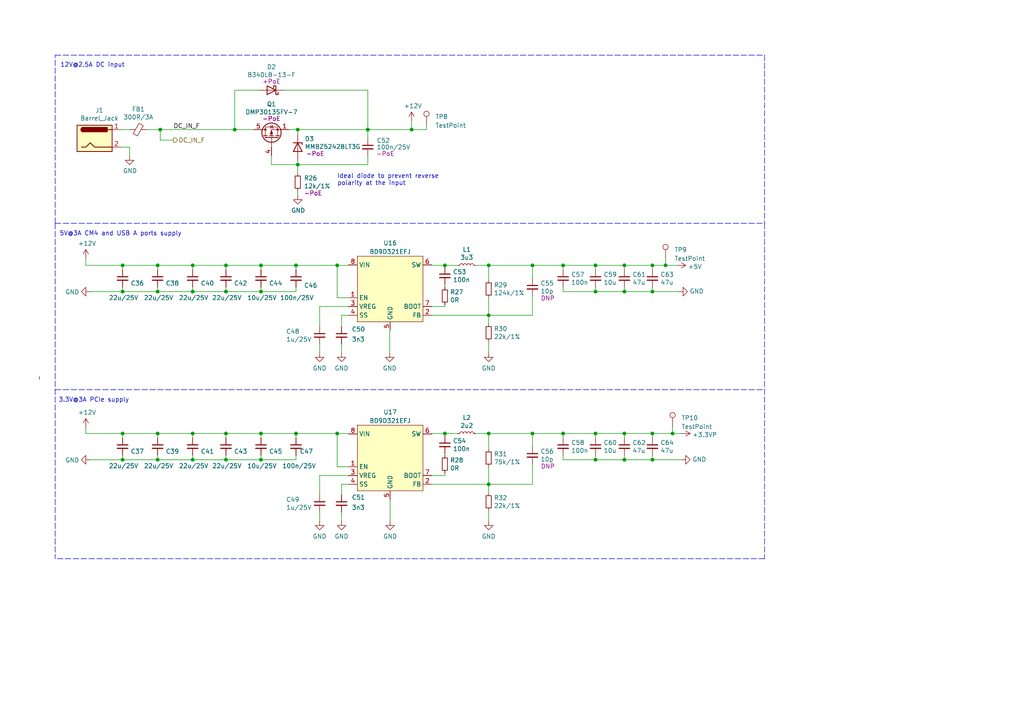
<source format=kicad_sch>
(kicad_sch (version 20210406) (generator eeschema)
  (paper "A4")
  (title_block (title "Power") (date "2021-01-12") (rev "0.1") (company "Nabu Casa") (comment 1 "www.nabucasa.com") (comment 2 "Light Blue"))
  (lib_symbols
    (symbol "Connector:Barrel_Jack" (pin_names (offset 1.016))
      (property "Reference" "J" (at 0 5.334 0))
      (property "Value" "Barrel_Jack" (at 0 -5.08 0))
      (symbol "Barrel_Jack_0_1"
        (arc (start -3.302 3.175) (end -3.302 1.905) (radius (at -3.302 2.54) (length 0.635) (angles 90.1 -90.1)) (stroke (width 0.254)))
        (arc (start -3.302 3.175) (end -3.302 1.905) (radius (at -3.302 2.54) (length 0.635) (angles 90.1 -90.1)) (stroke (width 0.254)) (fill (type outline)))
        (rectangle (start 3.683 3.175) (end -3.302 1.905) (stroke (width 0.254)) (fill (type outline)))
        (rectangle (start -5.08 3.81) (end 5.08 -3.81) (stroke (width 0.254)) (fill (type background)))
        (polyline (pts (xy 5.08 2.54) (xy 3.81 2.54)) (stroke (width 0.254)))
        (polyline (pts (xy -3.81 -2.54) (xy -2.54 -2.54) (xy -1.27 -1.27) (xy 0 -2.54) (xy 2.54 -2.54) (xy 5.08 -2.54)) (stroke (width 0.254)))
      )
      (symbol "Barrel_Jack_1_1"
        (pin passive line (at 7.62 2.54 180) (length 2.54) (name "~") (number "1"))
        (pin passive line (at 7.62 -2.54 180) (length 2.54) (name "~") (number "2"))
      )
    )
    (symbol "Connector:TestPoint" (pin_numbers hide) (pin_names (offset 0.762) hide)
      (property "Reference" "TP" (at 0 6.858 0))
      (property "Value" "TestPoint" (at 0 5.08 0))
      (symbol "TestPoint_0_1"
        (circle (center 0 3.302) (radius 0.762))
      )
      (symbol "TestPoint_1_1"
        (pin passive line (at 0 0 90) (length 2.54) (name "1") (number "1"))
      )
    )
    (symbol "Device:C_Small" (pin_numbers hide) (pin_names (offset 0.254) hide)
      (property "Reference" "C" (at 0.254 1.778 0))
      (property "Value" "C_Small" (at 0.254 -2.032 0))
      (symbol "C_Small_0_1"
        (polyline (pts (xy -1.524 -0.508) (xy 1.524 -0.508)) (stroke (width 0.3302)))
        (polyline (pts (xy -1.524 0.508) (xy 1.524 0.508)) (stroke (width 0.3048)))
      )
      (symbol "C_Small_1_1"
        (pin passive line (at 0 2.54 270) (length 2.032) (name "~") (number "1"))
        (pin passive line (at 0 -2.54 90) (length 2.032) (name "~") (number "2"))
      )
    )
    (symbol "Device:D_Schottky" (pin_numbers hide) (pin_names (offset 1.016) hide)
      (property "Reference" "D" (at 0 2.54 0))
      (property "Value" "D_Schottky" (at 0 -2.54 0))
      (symbol "D_Schottky_0_1"
        (polyline (pts (xy 1.27 0) (xy -1.27 0)))
        (polyline (pts (xy 1.27 1.27) (xy 1.27 -1.27) (xy -1.27 0) (xy 1.27 1.27)) (stroke (width 0.254)))
        (polyline (pts (xy -1.905 0.635) (xy -1.905 1.27) (xy -1.27 1.27) (xy -1.27 -1.27) (xy -0.635 -1.27) (xy -0.635 -0.635)) (stroke (width 0.254)))
      )
      (symbol "D_Schottky_1_1"
        (pin passive line (at -3.81 0 0) (length 2.54) (name "K") (number "1"))
        (pin passive line (at 3.81 0 180) (length 2.54) (name "A") (number "2"))
      )
    )
    (symbol "Device:Ferrite_Bead_Small" (pin_numbers hide) (pin_names (offset 0))
      (property "Reference" "FB" (at 1.905 1.27 0))
      (property "Value" "Ferrite_Bead_Small" (at 1.905 -1.27 0))
      (symbol "Ferrite_Bead_Small_0_1"
        (polyline (pts (xy 0 -1.27) (xy 0 -0.7874)))
        (polyline (pts (xy 0 0.889) (xy 0 1.2954)))
        (polyline (pts (xy -1.8288 0.2794) (xy -1.1176 1.4986) (xy 1.8288 -0.2032) (xy 1.1176 -1.4224) (xy -1.8288 0.2794)))
      )
      (symbol "Ferrite_Bead_Small_1_1"
        (pin passive line (at 0 2.54 270) (length 1.27) (name "~") (number "1"))
        (pin passive line (at 0 -2.54 90) (length 1.27) (name "~") (number "2"))
      )
    )
    (symbol "Device:L_Small" (pin_numbers hide) (pin_names (offset 0.254) hide)
      (property "Reference" "L" (at 0.762 1.016 0))
      (property "Value" "L_Small" (at 0.762 -1.016 0))
      (symbol "L_Small_0_1"
        (arc (start 0 -2.032) (end 0 -1.016) (radius (at 0 -1.524) (length 0.508) (angles -89.9 89.9)))
        (arc (start 0 -1.016) (end 0 0) (radius (at 0 -0.508) (length 0.508) (angles -89.9 89.9)))
        (arc (start 0 0) (end 0 1.016) (radius (at 0 0.508) (length 0.508) (angles -89.9 89.9)))
        (arc (start 0 1.016) (end 0 2.032) (radius (at 0 1.524) (length 0.508) (angles -89.9 89.9)))
      )
      (symbol "L_Small_1_1"
        (pin passive line (at 0 2.54 270) (length 0.508) (name "~") (number "1"))
        (pin passive line (at 0 -2.54 90) (length 0.508) (name "~") (number "2"))
      )
    )
    (symbol "Device:R_Small" (pin_numbers hide) (pin_names (offset 0.254) hide)
      (property "Reference" "R" (at 0.762 0.508 0))
      (property "Value" "R_Small" (at 0.762 -1.016 0))
      (symbol "R_Small_0_1"
        (rectangle (start -0.762 1.778) (end 0.762 -1.778) (stroke (width 0.2032)))
      )
      (symbol "R_Small_1_1"
        (pin passive line (at 0 2.54 270) (length 0.762) (name "~") (number "1"))
        (pin passive line (at 0 -2.54 90) (length 0.762) (name "~") (number "2"))
      )
    )
    (symbol "Diode:BZX84Cxx" (pin_numbers hide) (pin_names hide)
      (property "Reference" "D" (at 0 2.54 0))
      (property "Value" "BZX84Cxx" (at 0 -2.54 0))
      (symbol "BZX84Cxx_0_1"
        (polyline (pts (xy 1.27 0) (xy -1.27 0)))
        (polyline (pts (xy -1.27 -1.27) (xy -1.27 1.27) (xy -0.762 1.27)) (stroke (width 0.254)))
        (polyline (pts (xy 1.27 -1.27) (xy 1.27 1.27) (xy -1.27 0) (xy 1.27 -1.27)) (stroke (width 0.254)))
      )
      (symbol "BZX84Cxx_1_1"
        (pin passive line (at -3.81 0 0) (length 2.54) (name "K") (number "1"))
        (pin passive line (at 3.81 0 180) (length 2.54) (name "A") (number "2"))
      )
    )
    (symbol "LightBlue:BD9D321EFJ"
      (property "Reference" "U" (at 0 13.335 0))
      (property "Value" "BD9D321EFJ" (at 0 10.795 0))
      (symbol "BD9D321EFJ_0_1"
        (rectangle (start -9.525 9.525) (end 9.525 -9.525) (stroke (width 0.1524)) (fill (type background)))
      )
      (symbol "BD9D321EFJ_1_1"
        (pin input line (at -12.065 -2.54 0) (length 2.54) (name "EN") (number "1"))
        (pin passive line (at 12.065 -7.62 180) (length 2.54) (name "FB") (number "2"))
        (pin power_out line (at -12.065 -5.08 0) (length 2.54) (name "VREG") (number "3"))
        (pin input line (at -12.065 -7.62 0) (length 2.54) (name "SS") (number "4"))
        (pin power_in line (at 0 -12.065 90) (length 2.54) (name "GND") (number "5"))
        (pin power_out line (at 12.065 6.985 180) (length 2.54) (name "SW") (number "6"))
        (pin input line (at 12.065 -5.08 180) (length 2.54) (name "BOOT") (number "7"))
        (pin power_in line (at -12.065 6.985 0) (length 2.54) (name "VIN") (number "8"))
        (pin passive line (at 0 -12.065 90) (length 2.54) hide (name "GND") (number "9"))
      )
    )
    (symbol "LightBlue:BD9D321EFJ_1"
      (property "Reference" "U" (at 0 13.335 0))
      (property "Value" "BD9D321EFJ" (at 0 10.795 0))
      (symbol "BD9D321EFJ_1_0_1"
        (rectangle (start -9.525 9.525) (end 9.525 -9.525) (stroke (width 0.1524)) (fill (type background)))
      )
      (symbol "BD9D321EFJ_1_1_1"
        (pin input line (at -12.065 -2.54 0) (length 2.54) (name "EN") (number "1"))
        (pin passive line (at 12.065 -7.62 180) (length 2.54) (name "FB") (number "2"))
        (pin power_out line (at -12.065 -5.08 0) (length 2.54) (name "VREG") (number "3"))
        (pin input line (at -12.065 -7.62 0) (length 2.54) (name "SS") (number "4"))
        (pin power_in line (at 0 -12.065 90) (length 2.54) (name "GND") (number "5"))
        (pin power_out line (at 12.065 6.985 180) (length 2.54) (name "SW") (number "6"))
        (pin input line (at 12.065 -5.08 180) (length 2.54) (name "BOOT") (number "7"))
        (pin power_in line (at -12.065 6.985 0) (length 2.54) (name "VIN") (number "8"))
        (pin passive line (at 0 -12.065 90) (length 2.54) hide (name "GND") (number "9"))
      )
    )
    (symbol "Transistor_FET:DMP3013SFV" (pin_names hide)
      (property "Reference" "Q" (at 5.08 1.905 0))
      (property "Value" "DMP3013SFV" (at 5.08 0 0))
      (symbol "DMP3013SFV_0_1"
        (circle (center 1.651 0) (radius 2.794) (stroke (width 0.254)))
        (circle (center 2.54 -1.778) (radius 0.254) (fill (type outline)))
        (circle (center 2.54 1.778) (radius 0.254) (fill (type outline)))
        (polyline (pts (xy 0.254 0) (xy -2.54 0)))
        (polyline (pts (xy 0.254 1.905) (xy 0.254 -1.905)) (stroke (width 0.254)))
        (polyline (pts (xy 0.762 -1.27) (xy 0.762 -2.286)) (stroke (width 0.254)))
        (polyline (pts (xy 0.762 0.508) (xy 0.762 -0.508)) (stroke (width 0.254)))
        (polyline (pts (xy 0.762 2.286) (xy 0.762 1.27)) (stroke (width 0.254)))
        (polyline (pts (xy 2.54 2.54) (xy 2.54 1.778)))
        (polyline (pts (xy 2.54 -2.54) (xy 2.54 0) (xy 0.762 0)))
        (polyline (pts (xy 0.762 1.778) (xy 3.302 1.778) (xy 3.302 -1.778) (xy 0.762 -1.778)))
        (polyline (pts (xy 2.794 -0.508) (xy 2.921 -0.381) (xy 3.683 -0.381) (xy 3.81 -0.254)))
        (polyline (pts (xy 3.302 -0.381) (xy 2.921 0.254) (xy 3.683 0.254) (xy 3.302 -0.381)))
        (polyline (pts (xy 2.286 0) (xy 1.27 0.381) (xy 1.27 -0.381) (xy 2.286 0)) (fill (type outline)))
      )
      (symbol "DMP3013SFV_1_1"
        (pin passive line (at 2.54 -5.08 90) (length 2.54) (name "S") (number "1"))
        (pin passive line (at 2.54 -5.08 90) (length 2.54) hide (name "S") (number "2"))
        (pin passive line (at 2.54 -5.08 90) (length 2.54) hide (name "S") (number "3"))
        (pin passive line (at -5.08 0 0) (length 2.54) (name "G") (number "4"))
        (pin passive line (at 2.54 5.08 270) (length 2.54) (name "D") (number "5"))
      )
    )
    (symbol "power:+12V" (power) (pin_names (offset 0))
      (property "Value" "+12V" (at 0 3.556 0))
      (symbol "+12V_0_1"
        (polyline (pts (xy -0.762 1.27) (xy 0 2.54)))
        (polyline (pts (xy 0 0) (xy 0 2.54)))
        (polyline (pts (xy 0 2.54) (xy 0.762 1.27)))
      )
      (symbol "+12V_1_1"
        (pin power_in line (at 0 0 90) (length 0) hide (name "+12V") (number "1"))
      )
    )
    (symbol "power:+3.3VP" (power) (pin_names (offset 0))
      (property "Value" "+3.3VP" (at 0 2.54 0))
      (symbol "+3.3VP_0_0"
        (pin power_in line (at 0 0 90) (length 0) hide (name "+3.3VP") (number "1"))
      )
      (symbol "+3.3VP_0_1"
        (polyline (pts (xy -0.762 1.27) (xy 0 2.54)))
        (polyline (pts (xy 0 0) (xy 0 2.54)))
        (polyline (pts (xy 0 2.54) (xy 0.762 1.27)))
      )
    )
    (symbol "power:+5V" (power) (pin_names (offset 0))
      (property "Value" "+5V" (at 0 3.556 0))
      (symbol "+5V_0_1"
        (polyline (pts (xy -0.762 1.27) (xy 0 2.54)))
        (polyline (pts (xy 0 0) (xy 0 2.54)))
        (polyline (pts (xy 0 2.54) (xy 0.762 1.27)))
      )
      (symbol "+5V_1_1"
        (pin power_in line (at 0 0 90) (length 0) hide (name "+5V") (number "1"))
      )
    )
    (symbol "power:GND" (power) (pin_names (offset 0))
      (property "Value" "GND" (at 0 -3.81 0))
      (symbol "GND_0_1"
        (polyline (pts (xy 0 0) (xy 0 -1.27) (xy 1.27 -1.27) (xy 0 -2.54) (xy -1.27 -1.27) (xy 0 -1.27)))
      )
      (symbol "GND_1_1"
        (pin power_in line (at 0 0 270) (length 0) hide (name "GND") (number "1"))
      )
    )
  )
  (junction (at 35.56 76.962) (diameter 0.9144))
  (junction (at 35.56 84.582) (diameter 0.9144))
  (junction (at 35.56 125.73) (diameter 0.9144))
  (junction (at 35.56 133.35) (diameter 0.9144))
  (junction (at 45.72 76.962) (diameter 0.9144))
  (junction (at 45.72 84.582) (diameter 0.9144))
  (junction (at 45.72 125.73) (diameter 0.9144))
  (junction (at 45.72 133.35) (diameter 0.9144))
  (junction (at 46.482 37.592) (diameter 0.9144))
  (junction (at 55.88 76.962) (diameter 0.9144))
  (junction (at 55.88 84.582) (diameter 0.9144))
  (junction (at 55.88 125.73) (diameter 0.9144))
  (junction (at 55.88 133.35) (diameter 0.9144))
  (junction (at 65.532 76.962) (diameter 0.9144))
  (junction (at 65.532 84.582) (diameter 0.9144))
  (junction (at 65.532 125.73) (diameter 0.9144))
  (junction (at 65.532 133.35) (diameter 0.9144))
  (junction (at 68.072 37.592) (diameter 0.9144))
  (junction (at 75.692 76.962) (diameter 0.9144))
  (junction (at 75.692 84.582) (diameter 0.9144))
  (junction (at 75.692 125.73) (diameter 0.9144))
  (junction (at 75.692 133.35) (diameter 0.9144))
  (junction (at 85.852 76.962) (diameter 0.9144))
  (junction (at 85.852 125.73) (diameter 0.9144))
  (junction (at 86.36 37.592) (diameter 0.9144))
  (junction (at 86.36 47.752) (diameter 0.9144))
  (junction (at 97.79 76.962) (diameter 0.9144))
  (junction (at 97.79 125.73) (diameter 0.9144))
  (junction (at 106.68 37.592) (diameter 0.9144))
  (junction (at 119.38 37.592) (diameter 0.9144))
  (junction (at 129.032 76.962) (diameter 0.9144))
  (junction (at 129.032 125.73) (diameter 0.9144))
  (junction (at 141.732 76.962) (diameter 0.9144))
  (junction (at 141.732 91.44) (diameter 0.9144))
  (junction (at 141.732 125.73) (diameter 0.9144))
  (junction (at 141.732 140.462) (diameter 0.9144))
  (junction (at 154.432 76.962) (diameter 0.9144))
  (junction (at 154.432 125.73) (diameter 0.9144))
  (junction (at 163.322 76.962) (diameter 0.9144))
  (junction (at 163.322 125.73) (diameter 0.9144))
  (junction (at 172.72 76.962) (diameter 0.9144))
  (junction (at 172.72 84.582) (diameter 0.9144))
  (junction (at 172.72 125.73) (diameter 0.9144))
  (junction (at 172.72 133.35) (diameter 0.9144))
  (junction (at 181.102 76.962) (diameter 0.9144))
  (junction (at 181.102 84.582) (diameter 0.9144))
  (junction (at 181.102 125.73) (diameter 0.9144))
  (junction (at 181.102 133.35) (diameter 0.9144))
  (junction (at 189.23 76.962) (diameter 0.9144))
  (junction (at 189.23 84.582) (diameter 0.9144))
  (junction (at 189.23 125.73) (diameter 0.9144))
  (junction (at 189.23 133.35) (diameter 0.9144))
  (junction (at 193.04 76.962) (diameter 0.9144))
  (junction (at 195.072 125.73) (diameter 0.9144))
  (wire (pts (xy 24.892 74.93) (xy 24.892 76.962)))
  (wire (pts (xy 24.892 76.962) (xy 35.56 76.962)))
  (wire (pts (xy 24.892 123.952) (xy 24.892 125.73)))
  (wire (pts (xy 24.892 125.73) (xy 35.56 125.73)))
  (wire (pts (xy 26.162 84.582) (xy 35.56 84.582)))
  (wire (pts (xy 26.162 133.35) (xy 35.56 133.35)))
  (wire (pts (xy 35.052 37.592) (xy 37.592 37.592)))
  (wire (pts (xy 35.052 42.672) (xy 37.592 42.672)))
  (wire (pts (xy 35.56 76.962) (xy 35.56 78.232)))
  (wire (pts (xy 35.56 76.962) (xy 45.72 76.962)))
  (wire (pts (xy 35.56 83.312) (xy 35.56 84.582)))
  (wire (pts (xy 35.56 84.582) (xy 45.72 84.582)))
  (wire (pts (xy 35.56 125.73) (xy 35.56 127)))
  (wire (pts (xy 35.56 125.73) (xy 45.72 125.73)))
  (wire (pts (xy 35.56 132.08) (xy 35.56 133.35)))
  (wire (pts (xy 35.56 133.35) (xy 45.72 133.35)))
  (wire (pts (xy 37.592 42.672) (xy 37.592 45.212)))
  (wire (pts (xy 42.672 37.592) (xy 46.482 37.592)))
  (wire (pts (xy 45.72 76.962) (xy 45.72 78.232)))
  (wire (pts (xy 45.72 76.962) (xy 55.88 76.962)))
  (wire (pts (xy 45.72 83.312) (xy 45.72 84.582)))
  (wire (pts (xy 45.72 84.582) (xy 55.88 84.582)))
  (wire (pts (xy 45.72 125.73) (xy 45.72 127)))
  (wire (pts (xy 45.72 125.73) (xy 55.88 125.73)))
  (wire (pts (xy 45.72 132.08) (xy 45.72 133.35)))
  (wire (pts (xy 45.72 133.35) (xy 55.88 133.35)))
  (wire (pts (xy 46.482 37.592) (xy 68.072 37.592)))
  (wire (pts (xy 46.482 40.64) (xy 46.482 37.592)))
  (wire (pts (xy 50.292 40.64) (xy 46.482 40.64)))
  (wire (pts (xy 55.88 76.962) (xy 55.88 78.232)))
  (wire (pts (xy 55.88 76.962) (xy 65.532 76.962)))
  (wire (pts (xy 55.88 83.312) (xy 55.88 84.582)))
  (wire (pts (xy 55.88 84.582) (xy 65.532 84.582)))
  (wire (pts (xy 55.88 125.73) (xy 55.88 127)))
  (wire (pts (xy 55.88 125.73) (xy 65.532 125.73)))
  (wire (pts (xy 55.88 132.08) (xy 55.88 133.35)))
  (wire (pts (xy 55.88 133.35) (xy 65.532 133.35)))
  (wire (pts (xy 65.532 76.962) (xy 65.532 78.232)))
  (wire (pts (xy 65.532 76.962) (xy 75.692 76.962)))
  (wire (pts (xy 65.532 84.582) (xy 65.532 83.312)))
  (wire (pts (xy 65.532 84.582) (xy 75.692 84.582)))
  (wire (pts (xy 65.532 125.73) (xy 65.532 127)))
  (wire (pts (xy 65.532 125.73) (xy 75.692 125.73)))
  (wire (pts (xy 65.532 132.08) (xy 65.532 133.35)))
  (wire (pts (xy 65.532 133.35) (xy 75.692 133.35)))
  (wire (pts (xy 68.072 26.162) (xy 74.93 26.162)))
  (wire (pts (xy 68.072 37.592) (xy 68.072 26.162)))
  (wire (pts (xy 68.072 37.592) (xy 73.66 37.592)))
  (wire (pts (xy 75.692 76.962) (xy 75.692 78.232)))
  (wire (pts (xy 75.692 76.962) (xy 85.852 76.962)))
  (wire (pts (xy 75.692 83.312) (xy 75.692 84.582)))
  (wire (pts (xy 75.692 84.582) (xy 85.852 84.582)))
  (wire (pts (xy 75.692 125.73) (xy 75.692 127)))
  (wire (pts (xy 75.692 125.73) (xy 85.852 125.73)))
  (wire (pts (xy 75.692 132.08) (xy 75.692 133.35)))
  (wire (pts (xy 75.692 133.35) (xy 85.852 133.35)))
  (wire (pts (xy 78.74 45.212) (xy 78.74 47.752)))
  (wire (pts (xy 78.74 47.752) (xy 86.36 47.752)))
  (wire (pts (xy 82.55 26.162) (xy 106.68 26.162)))
  (wire (pts (xy 83.82 37.592) (xy 86.36 37.592)))
  (wire (pts (xy 85.852 76.962) (xy 85.852 78.232)))
  (wire (pts (xy 85.852 76.962) (xy 97.79 76.962)))
  (wire (pts (xy 85.852 84.582) (xy 85.852 83.312)))
  (wire (pts (xy 85.852 125.73) (xy 85.852 127)))
  (wire (pts (xy 85.852 125.73) (xy 97.79 125.73)))
  (wire (pts (xy 85.852 132.08) (xy 85.852 133.35)))
  (wire (pts (xy 86.36 37.592) (xy 86.36 38.862)))
  (wire (pts (xy 86.36 37.592) (xy 106.68 37.592)))
  (wire (pts (xy 86.36 46.482) (xy 86.36 47.752)))
  (wire (pts (xy 86.36 47.752) (xy 86.36 50.292)))
  (wire (pts (xy 86.36 47.752) (xy 106.68 47.752)))
  (wire (pts (xy 86.36 55.372) (xy 86.36 56.642)))
  (wire (pts (xy 92.71 88.9) (xy 92.71 94.742)))
  (wire (pts (xy 92.71 99.822) (xy 92.71 102.362)))
  (wire (pts (xy 92.71 137.922) (xy 92.71 143.51)))
  (wire (pts (xy 92.71 148.59) (xy 92.71 151.13)))
  (wire (pts (xy 97.79 76.962) (xy 101.092 76.962)))
  (wire (pts (xy 97.79 86.36) (xy 97.79 76.962)))
  (wire (pts (xy 97.79 125.73) (xy 97.79 135.382)))
  (wire (pts (xy 97.79 125.73) (xy 101.092 125.73)))
  (wire (pts (xy 97.79 135.382) (xy 101.092 135.382)))
  (wire (pts (xy 99.06 91.44) (xy 99.06 94.742)))
  (wire (pts (xy 99.06 91.44) (xy 101.092 91.44)))
  (wire (pts (xy 99.06 99.822) (xy 99.06 102.362)))
  (wire (pts (xy 99.06 140.462) (xy 99.06 143.51)))
  (wire (pts (xy 99.06 140.462) (xy 101.092 140.462)))
  (wire (pts (xy 99.06 148.59) (xy 99.06 151.13)))
  (wire (pts (xy 101.092 76.835) (xy 101.092 76.962)))
  (wire (pts (xy 101.092 86.36) (xy 97.79 86.36)))
  (wire (pts (xy 101.092 88.9) (xy 92.71 88.9)))
  (wire (pts (xy 101.092 125.73) (xy 101.092 125.857)))
  (wire (pts (xy 101.092 137.922) (xy 92.71 137.922)))
  (wire (pts (xy 106.68 26.162) (xy 106.68 37.592)))
  (wire (pts (xy 106.68 37.592) (xy 106.68 40.132)))
  (wire (pts (xy 106.68 45.212) (xy 106.68 47.752)))
  (wire (pts (xy 113.03 96.012) (xy 113.03 102.362)))
  (wire (pts (xy 113.157 144.907) (xy 113.157 151.13)))
  (wire (pts (xy 119.38 35.052) (xy 119.38 37.592)))
  (wire (pts (xy 119.38 37.592) (xy 106.68 37.592)))
  (wire (pts (xy 123.698 36.322) (xy 123.698 37.592)))
  (wire (pts (xy 123.698 37.592) (xy 119.38 37.592)))
  (wire (pts (xy 125.222 76.835) (xy 125.222 76.962)))
  (wire (pts (xy 125.222 76.962) (xy 129.032 76.962)))
  (wire (pts (xy 125.222 88.9) (xy 129.032 88.9)))
  (wire (pts (xy 125.222 91.44) (xy 141.732 91.44)))
  (wire (pts (xy 125.222 125.73) (xy 125.222 125.857)))
  (wire (pts (xy 125.222 125.73) (xy 129.032 125.73)))
  (wire (pts (xy 125.222 137.922) (xy 129.032 137.922)))
  (wire (pts (xy 125.222 140.462) (xy 141.732 140.462)))
  (wire (pts (xy 129.032 76.962) (xy 129.032 77.47)))
  (wire (pts (xy 129.032 76.962) (xy 132.842 76.962)))
  (wire (pts (xy 129.032 82.55) (xy 129.032 83.312)))
  (wire (pts (xy 129.032 88.392) (xy 129.032 88.9)))
  (wire (pts (xy 129.032 125.73) (xy 129.032 126.492)))
  (wire (pts (xy 129.032 125.73) (xy 132.842 125.73)))
  (wire (pts (xy 129.032 131.572) (xy 129.032 132.08)))
  (wire (pts (xy 129.032 137.16) (xy 129.032 137.922)))
  (wire (pts (xy 137.922 76.962) (xy 141.732 76.962)))
  (wire (pts (xy 137.922 125.73) (xy 141.732 125.73)))
  (wire (pts (xy 141.732 76.962) (xy 141.732 81.28)))
  (wire (pts (xy 141.732 76.962) (xy 154.432 76.962)))
  (wire (pts (xy 141.732 86.36) (xy 141.732 91.44)))
  (wire (pts (xy 141.732 91.44) (xy 141.732 93.98)))
  (wire (pts (xy 141.732 91.44) (xy 154.432 91.44)))
  (wire (pts (xy 141.732 99.06) (xy 141.732 102.362)))
  (wire (pts (xy 141.732 125.73) (xy 141.732 130.302)))
  (wire (pts (xy 141.732 125.73) (xy 154.432 125.73)))
  (wire (pts (xy 141.732 135.382) (xy 141.732 140.462)))
  (wire (pts (xy 141.732 140.462) (xy 141.732 143.002)))
  (wire (pts (xy 141.732 140.462) (xy 154.432 140.462)))
  (wire (pts (xy 141.732 148.082) (xy 141.732 151.13)))
  (wire (pts (xy 154.432 76.962) (xy 154.432 80.772)))
  (wire (pts (xy 154.432 76.962) (xy 163.322 76.962)))
  (wire (pts (xy 154.432 85.852) (xy 154.432 91.44)))
  (wire (pts (xy 154.432 125.73) (xy 154.432 129.54)))
  (wire (pts (xy 154.432 125.73) (xy 163.322 125.73)))
  (wire (pts (xy 154.432 134.62) (xy 154.432 140.462)))
  (wire (pts (xy 163.322 76.962) (xy 163.322 78.232)))
  (wire (pts (xy 163.322 76.962) (xy 172.72 76.962)))
  (wire (pts (xy 163.322 83.312) (xy 163.322 84.582)))
  (wire (pts (xy 163.322 84.582) (xy 172.72 84.582)))
  (wire (pts (xy 163.322 125.73) (xy 163.322 127)))
  (wire (pts (xy 163.322 125.73) (xy 172.72 125.73)))
  (wire (pts (xy 163.322 132.08) (xy 163.322 133.35)))
  (wire (pts (xy 163.322 133.35) (xy 172.72 133.35)))
  (wire (pts (xy 172.72 76.962) (xy 172.72 78.232)))
  (wire (pts (xy 172.72 76.962) (xy 181.102 76.962)))
  (wire (pts (xy 172.72 83.312) (xy 172.72 84.582)))
  (wire (pts (xy 172.72 84.582) (xy 181.102 84.582)))
  (wire (pts (xy 172.72 125.73) (xy 172.72 127)))
  (wire (pts (xy 172.72 125.73) (xy 181.102 125.73)))
  (wire (pts (xy 172.72 132.08) (xy 172.72 133.35)))
  (wire (pts (xy 172.72 133.35) (xy 181.102 133.35)))
  (wire (pts (xy 181.102 76.962) (xy 181.102 78.232)))
  (wire (pts (xy 181.102 76.962) (xy 189.23 76.962)))
  (wire (pts (xy 181.102 83.312) (xy 181.102 84.582)))
  (wire (pts (xy 181.102 84.582) (xy 189.23 84.582)))
  (wire (pts (xy 181.102 125.73) (xy 181.102 127)))
  (wire (pts (xy 181.102 125.73) (xy 189.23 125.73)))
  (wire (pts (xy 181.102 132.08) (xy 181.102 133.35)))
  (wire (pts (xy 181.102 133.35) (xy 189.23 133.35)))
  (wire (pts (xy 189.23 76.962) (xy 189.23 78.232)))
  (wire (pts (xy 189.23 76.962) (xy 193.04 76.962)))
  (wire (pts (xy 189.23 83.312) (xy 189.23 84.582)))
  (wire (pts (xy 189.23 84.582) (xy 196.85 84.582)))
  (wire (pts (xy 189.23 125.73) (xy 189.23 127)))
  (wire (pts (xy 189.23 125.73) (xy 195.072 125.73)))
  (wire (pts (xy 189.23 132.08) (xy 189.23 133.35)))
  (wire (pts (xy 189.23 133.35) (xy 197.612 133.35)))
  (wire (pts (xy 193.04 74.93) (xy 193.04 76.962)))
  (wire (pts (xy 193.04 76.962) (xy 196.342 76.962)))
  (wire (pts (xy 195.072 123.698) (xy 195.072 125.73)))
  (wire (pts (xy 195.072 125.73) (xy 197.612 125.73)))
  (polyline (pts (xy 11.43 109.22) (xy 11.43 109.982)) (stroke (width 0) (type dash)))
  (polyline (pts (xy 16.002 16.002) (xy 221.742 16.002)) (stroke (width 0) (type dash)))
  (polyline (pts (xy 16.002 64.77) (xy 16.002 16.002)) (stroke (width 0) (type dash)))
  (polyline (pts (xy 16.002 64.77) (xy 16.002 162.052)) (stroke (width 0) (type dash)))
  (polyline (pts (xy 16.002 64.77) (xy 221.742 64.77)) (stroke (width 0) (type dash)))
  (polyline (pts (xy 16.002 113.03) (xy 221.742 113.03)) (stroke (width 0) (type dash)))
  (polyline (pts (xy 221.742 16.002) (xy 221.742 64.77)) (stroke (width 0) (type dash)))
  (polyline (pts (xy 221.742 64.77) (xy 221.742 162.052)) (stroke (width 0) (type dash)))
  (polyline (pts (xy 221.742 162.052) (xy 16.002 162.052)) (stroke (width 0) (type dash)))
  (text "12V@2.5A DC input" (at 36.195 19.685 180) (effects (font (size 1.27 1.27)) (justify right bottom)))
  (text "3.3V@3A PCIe supply" (at 37.465 116.84 180) (effects (font (size 1.27 1.27)) (justify right bottom)))
  (text "5V@3A CM4 and USB A ports supply" (at 52.705 68.58 180) (effects (font (size 1.27 1.27)) (justify right bottom)))
  (text "Ideal diode to prevent reverse\npolarity at the input" (at 97.79 53.975 0) (effects (font (size 1.27 1.27)) (justify left bottom)))
  (label "DC_IN_F" (at 50.292 37.592 0))
  (hierarchical_label "DC_IN_F" (shape output) (at 50.292 40.64 0))
  (symbol (lib_id "power:+12V") (at 24.892 74.93 0) (unit 1)
    (property "Reference" "#PWR095" (effects hide))
    (property "Value" "+12V" (at 25.2603 70.6056 0))
  )
  (symbol (lib_id "power:+12V") (at 24.892 123.952 0) (unit 1)
    (property "Reference" "#PWR096" (effects hide))
    (property "Value" "+12V" (at 25.2603 119.6276 0))
  )
  (symbol (lib_id "power:+12V") (at 119.38 35.052 0) (unit 1)
    (property "Reference" "#PWR0107" (effects hide))
    (property "Value" "+12V" (at 119.7483 30.7276 0))
  )
  (symbol (lib_id "power:+5V") (at 196.342 76.962 270) (unit 1)
    (property "Reference" "#PWR0110" (effects hide))
    (property "Value" "+5V" (at 199.5171 77.3303 90) (effects (justify left)))
  )
  (symbol (lib_id "power:+3.3VP") (at 197.612 125.73 270) (unit 1)
    (property "Reference" "#PWR0112" (effects hide))
    (property "Value" "+3.3VP" (at 200.7871 126.0983 90) (effects (justify left)))
  )
  (symbol (lib_id "Device:L_Small") (at 135.382 76.962 90) (unit 1)
    (property "Reference" "L1" (at 135.382 72.3708 90))
    (property "Value" "3u3" (at 135.382 74.67 90))
    (property "Footprint" "Inductor_SMD:L_Taiyo-Yuden_NR-80xx" (effects hide))
    (property "Manufacturer" "Taiyo Yuden" (effects hide))
    (property "PartNumber" "NRS8030T3R3MJGJ" (effects hide))
  )
  (symbol (lib_id "Device:L_Small") (at 135.382 125.73 90) (unit 1)
    (property "Reference" "L2" (at 135.382 121.1388 90))
    (property "Value" "2u2" (at 135.382 123.438 90))
    (property "Footprint" "Inductor_SMD:L_Taiyo-Yuden_NR-50xx" (effects hide))
    (property "Manufacturer" "Taiyo Yuden" (effects hide))
    (property "PartNumber" "‎NRS5040T2R2NMGJ‎" (effects hide))
  )
  (symbol (lib_id "Connector:TestPoint") (at 123.698 36.322 0) (unit 1)
    (property "Reference" "TP8" (at 126.238 33.8454 0) (effects (justify left)))
    (property "Value" "TestPoint" (at 126.238 36.3854 0) (effects (justify left)))
    (property "Footprint" "TestPoint:TestPoint_Pad_D1.0mm" (effects hide))
  )
  (symbol (lib_id "Connector:TestPoint") (at 193.04 74.93 0) (unit 1)
    (property "Reference" "TP9" (at 195.58 72.4534 0) (effects (justify left)))
    (property "Value" "TestPoint" (at 195.58 74.9934 0) (effects (justify left)))
    (property "Footprint" "TestPoint:TestPoint_Pad_D1.0mm" (effects hide))
  )
  (symbol (lib_id "Connector:TestPoint") (at 195.072 123.698 0) (unit 1)
    (property "Reference" "TP10" (at 197.612 121.2214 0) (effects (justify left)))
    (property "Value" "TestPoint" (at 197.612 123.7614 0) (effects (justify left)))
    (property "Footprint" "TestPoint:TestPoint_Pad_D1.0mm" (effects hide))
  )
  (symbol (lib_id "power:GND") (at 26.162 84.582 270) (unit 1)
    (property "Reference" "#PWR097" (effects hide))
    (property "Value" "GND" (at 22.987 84.6963 90) (effects (justify right)))
  )
  (symbol (lib_id "power:GND") (at 26.162 133.35 270) (unit 1)
    (property "Reference" "#PWR098" (effects hide))
    (property "Value" "GND" (at 22.987 133.4643 90) (effects (justify right)))
  )
  (symbol (lib_id "power:GND") (at 37.592 45.212 0) (unit 1)
    (property "Reference" "#PWR099" (effects hide))
    (property "Value" "GND" (at 37.7063 49.5364 0))
  )
  (symbol (lib_id "power:GND") (at 86.36 56.642 0) (unit 1)
    (property "Reference" "#PWR0100" (effects hide))
    (property "Value" "GND" (at 86.487 61.0362 0))
  )
  (symbol (lib_id "power:GND") (at 92.71 102.362 0) (unit 1)
    (property "Reference" "#PWR0101" (effects hide))
    (property "Value" "GND" (at 92.71 106.807 0))
  )
  (symbol (lib_id "power:GND") (at 92.71 151.13 0) (unit 1)
    (property "Reference" "#PWR0102" (effects hide))
    (property "Value" "GND" (at 92.71 155.575 0))
  )
  (symbol (lib_id "power:GND") (at 99.06 102.362 0) (unit 1)
    (property "Reference" "#PWR0103" (effects hide))
    (property "Value" "GND" (at 99.06 106.807 0))
  )
  (symbol (lib_id "power:GND") (at 99.06 151.13 0) (unit 1)
    (property "Reference" "#PWR0104" (effects hide))
    (property "Value" "GND" (at 99.06 155.575 0))
  )
  (symbol (lib_id "power:GND") (at 113.03 102.362 0) (unit 1)
    (property "Reference" "#PWR0105" (effects hide))
    (property "Value" "GND" (at 113.03 106.807 0))
  )
  (symbol (lib_id "power:GND") (at 113.157 151.13 0) (unit 1)
    (property "Reference" "#PWR0106" (effects hide))
    (property "Value" "GND" (at 113.157 155.575 0))
  )
  (symbol (lib_id "power:GND") (at 141.732 102.362 0) (unit 1)
    (property "Reference" "#PWR0108" (effects hide))
    (property "Value" "GND" (at 141.732 106.807 0))
  )
  (symbol (lib_id "power:GND") (at 141.732 151.13 0) (unit 1)
    (property "Reference" "#PWR0109" (effects hide))
    (property "Value" "GND" (at 141.732 155.575 0))
  )
  (symbol (lib_id "power:GND") (at 196.85 84.582 90) (unit 1)
    (property "Reference" "#PWR0111" (effects hide))
    (property "Value" "GND" (at 200.0251 84.4677 90) (effects (justify right)))
  )
  (symbol (lib_id "power:GND") (at 197.612 133.35 90) (unit 1)
    (property "Reference" "#PWR0113" (effects hide))
    (property "Value" "GND" (at 200.7871 133.2357 90) (effects (justify right)))
  )
  (symbol (lib_id "Device:R_Small") (at 86.36 52.832 0) (unit 1)
    (property "Reference" "R26" (at 88.138 51.6636 0) (effects (justify left)))
    (property "Value" "12k/1%" (at 88.138 53.975 0) (effects (justify left)))
    (property "Footprint" "Resistor_SMD:R_0402_1005Metric" (effects hide))
    (property "Config" "-PoE" (at 90.805 56.007 0))
  )
  (symbol (lib_id "Device:R_Small") (at 129.032 85.852 180) (unit 1)
    (property "Reference" "R27" (at 130.5307 84.7026 0) (effects (justify right)))
    (property "Value" "0R" (at 130.531 87.001 0) (effects (justify right)))
    (property "Footprint" "Resistor_SMD:R_0402_1005Metric" (effects hide))
  )
  (symbol (lib_id "Device:R_Small") (at 129.032 134.62 180) (unit 1)
    (property "Reference" "R28" (at 130.5307 133.4706 0) (effects (justify right)))
    (property "Value" "0R" (at 130.531 135.769 0) (effects (justify right)))
    (property "Footprint" "Resistor_SMD:R_0402_1005Metric" (effects hide))
  )
  (symbol (lib_id "Device:R_Small") (at 141.732 83.82 180) (unit 1)
    (property "Reference" "R29" (at 143.2307 82.6706 0) (effects (justify right)))
    (property "Value" "124k/1%" (at 143.231 84.969 0) (effects (justify right)))
    (property "Footprint" "Resistor_SMD:R_0402_1005Metric" (effects hide))
  )
  (symbol (lib_id "Device:R_Small") (at 141.732 96.52 180) (unit 1)
    (property "Reference" "R30" (at 143.2307 95.3706 0) (effects (justify right)))
    (property "Value" "22k/1%" (at 143.231 97.669 0) (effects (justify right)))
    (property "Footprint" "Resistor_SMD:R_0402_1005Metric" (effects hide))
  )
  (symbol (lib_id "Device:R_Small") (at 141.732 132.842 180) (unit 1)
    (property "Reference" "R31" (at 143.2307 131.6926 0) (effects (justify right)))
    (property "Value" "75k/1%" (at 143.231 133.991 0) (effects (justify right)))
    (property "Footprint" "Resistor_SMD:R_0402_1005Metric" (effects hide))
  )
  (symbol (lib_id "Device:R_Small") (at 141.732 145.542 180) (unit 1)
    (property "Reference" "R32" (at 143.2307 144.3926 0) (effects (justify right)))
    (property "Value" "22k/1%" (at 143.231 146.691 0) (effects (justify right)))
    (property "Footprint" "Resistor_SMD:R_0402_1005Metric" (effects hide))
  )
  (symbol (lib_id "Device:C_Small") (at 35.56 80.772 0) (unit 1)
    (property "Reference" "C36" (at 37.8842 82.1626 0) (effects (justify left)))
    (property "Value" "22u/25V" (at 31.534 86.366 0) (effects (justify left)))
    (property "Footprint" "Capacitor_SMD:C_0805_2012Metric" (effects hide))
  )
  (symbol (lib_id "Device:C_Small") (at 35.56 129.54 0) (unit 1)
    (property "Reference" "C37" (at 37.8842 130.9306 0) (effects (justify left)))
    (property "Value" "22u/25V" (at 31.534 135.134 0) (effects (justify left)))
    (property "Footprint" "Capacitor_SMD:C_0805_2012Metric" (effects hide))
  )
  (symbol (lib_id "Device:C_Small") (at 45.72 80.772 0) (unit 1)
    (property "Reference" "C38" (at 48.0442 82.1626 0) (effects (justify left)))
    (property "Value" "22u/25V" (at 41.694 86.366 0) (effects (justify left)))
    (property "Footprint" "Capacitor_SMD:C_0805_2012Metric" (effects hide))
  )
  (symbol (lib_id "Device:C_Small") (at 45.72 129.54 0) (unit 1)
    (property "Reference" "C39" (at 48.0442 130.9306 0) (effects (justify left)))
    (property "Value" "22u/25V" (at 41.694 135.134 0) (effects (justify left)))
    (property "Footprint" "Capacitor_SMD:C_0805_2012Metric" (effects hide))
  )
  (symbol (lib_id "Device:C_Small") (at 55.88 80.772 0) (unit 1)
    (property "Reference" "C40" (at 58.2042 82.1626 0) (effects (justify left)))
    (property "Value" "22u/25V" (at 51.854 86.366 0) (effects (justify left)))
    (property "Footprint" "Capacitor_SMD:C_0805_2012Metric" (effects hide))
  )
  (symbol (lib_id "Device:C_Small") (at 55.88 129.54 0) (unit 1)
    (property "Reference" "C41" (at 58.2042 130.9306 0) (effects (justify left)))
    (property "Value" "22u/25V" (at 51.854 135.134 0) (effects (justify left)))
    (property "Footprint" "Capacitor_SMD:C_0805_2012Metric" (effects hide))
  )
  (symbol (lib_id "Device:C_Small") (at 65.532 80.772 0) (unit 1)
    (property "Reference" "C42" (at 67.8562 82.1626 0) (effects (justify left)))
    (property "Value" "22u/25V" (at 61.506 86.366 0) (effects (justify left)))
    (property "Footprint" "Capacitor_SMD:C_0805_2012Metric" (effects hide))
  )
  (symbol (lib_id "Device:C_Small") (at 65.532 129.54 0) (unit 1)
    (property "Reference" "C43" (at 67.8562 130.9306 0) (effects (justify left)))
    (property "Value" "22u/25V" (at 61.506 135.134 0) (effects (justify left)))
    (property "Footprint" "Capacitor_SMD:C_0805_2012Metric" (effects hide))
  )
  (symbol (lib_id "Device:C_Small") (at 75.692 80.772 0) (unit 1)
    (property "Reference" "C44" (at 78.0162 82.1626 0) (effects (justify left)))
    (property "Value" "10u/25V" (at 71.666 86.366 0) (effects (justify left)))
    (property "Footprint" "Capacitor_SMD:C_0805_2012Metric" (effects hide))
  )
  (symbol (lib_id "Device:C_Small") (at 75.692 129.54 0) (unit 1)
    (property "Reference" "C45" (at 78.0162 130.9306 0) (effects (justify left)))
    (property "Value" "10u/25V" (at 71.666 135.134 0) (effects (justify left)))
    (property "Footprint" "Capacitor_SMD:C_0805_2012Metric" (effects hide))
  )
  (symbol (lib_id "Device:C_Small") (at 85.852 80.772 0) (unit 1)
    (property "Reference" "C46" (at 88.1762 82.7976 0) (effects (justify left)))
    (property "Value" "100n/25V" (at 81.191 86.366 0) (effects (justify left)))
    (property "Footprint" "Capacitor_SMD:C_0402_1005Metric" (effects hide))
  )
  (symbol (lib_id "Device:C_Small") (at 85.852 129.54 0) (unit 1)
    (property "Reference" "C47" (at 86.9062 130.9306 0) (effects (justify left)))
    (property "Value" "100n/25V" (at 81.826 135.134 0) (effects (justify left)))
    (property "Footprint" "Capacitor_SMD:C_0402_1005Metric" (effects hide))
  )
  (symbol (lib_id "Device:C_Small") (at 92.71 97.282 0) (unit 1)
    (property "Reference" "C48" (at 82.9692 96.1326 0) (effects (justify left)))
    (property "Value" "1u/25V" (at 82.969 98.431 0) (effects (justify left)))
    (property "Footprint" "Capacitor_SMD:C_0402_1005Metric" (effects hide))
  )
  (symbol (lib_id "Device:C_Small") (at 92.71 146.05 0) (unit 1)
    (property "Reference" "C49" (at 82.9692 144.9006 0) (effects (justify left)))
    (property "Value" "1u/25V" (at 82.969 147.199 0) (effects (justify left)))
    (property "Footprint" "Capacitor_SMD:C_0402_1005Metric" (effects hide))
  )
  (symbol (lib_id "Device:C_Small") (at 99.06 97.282 0) (unit 1)
    (property "Reference" "C50" (at 102.0192 95.4976 0) (effects (justify left)))
    (property "Value" "3n3" (at 102.019 98.431 0) (effects (justify left)))
    (property "Footprint" "Capacitor_SMD:C_0402_1005Metric" (effects hide))
  )
  (symbol (lib_id "Device:C_Small") (at 99.06 146.05 0) (unit 1)
    (property "Reference" "C51" (at 102.0192 144.2656 0) (effects (justify left)))
    (property "Value" "3n3" (at 102.019 147.199 0) (effects (justify left)))
    (property "Footprint" "Capacitor_SMD:C_0402_1005Metric" (effects hide))
  )
  (symbol (lib_id "Device:C_Small") (at 106.68 42.672 0) (unit 1)
    (property "Reference" "C52" (at 109.22 40.767 0) (effects (justify left)))
    (property "Value" "100n/25V" (at 109.22 42.672 0) (effects (justify left)))
    (property "Footprint" "Capacitor_SMD:C_0402_1005Metric" (effects hide))
    (property "Config" "-PoE" (at 111.76 44.577 0))
  )
  (symbol (lib_id "Device:C_Small") (at 129.032 80.01 0) (unit 1)
    (property "Reference" "C53" (at 131.3562 78.8606 0) (effects (justify left)))
    (property "Value" "100n" (at 131.356 81.159 0) (effects (justify left)))
    (property "Footprint" "Capacitor_SMD:C_0402_1005Metric" (effects hide))
  )
  (symbol (lib_id "Device:C_Small") (at 129.032 129.032 0) (unit 1)
    (property "Reference" "C54" (at 131.3562 127.8826 0) (effects (justify left)))
    (property "Value" "100n" (at 131.356 130.181 0) (effects (justify left)))
    (property "Footprint" "Capacitor_SMD:C_0402_1005Metric" (effects hide))
  )
  (symbol (lib_id "Device:C_Small") (at 154.432 83.312 0) (unit 1)
    (property "Reference" "C55" (at 156.7562 82.1626 0) (effects (justify left)))
    (property "Value" "10p" (at 156.756 84.461 0) (effects (justify left)))
    (property "Footprint" "Capacitor_SMD:C_0402_1005Metric" (effects hide))
    (property "Config" "DNP" (at 158.877 86.487 0))
  )
  (symbol (lib_id "Device:C_Small") (at 154.432 132.08 0) (unit 1)
    (property "Reference" "C56" (at 156.7562 130.9306 0) (effects (justify left)))
    (property "Value" "10p" (at 156.756 133.229 0) (effects (justify left)))
    (property "Footprint" "Capacitor_SMD:C_0402_1005Metric" (effects hide))
    (property "Config" "DNP" (at 158.877 135.255 0))
  )
  (symbol (lib_id "Device:C_Small") (at 163.322 80.772 0) (unit 1)
    (property "Reference" "C57" (at 165.6462 79.6226 0) (effects (justify left)))
    (property "Value" "100n" (at 165.646 81.921 0) (effects (justify left)))
    (property "Footprint" "Capacitor_SMD:C_0402_1005Metric" (effects hide))
  )
  (symbol (lib_id "Device:C_Small") (at 163.322 129.54 0) (unit 1)
    (property "Reference" "C58" (at 165.6462 128.3906 0) (effects (justify left)))
    (property "Value" "100n" (at 165.646 130.689 0) (effects (justify left)))
    (property "Footprint" "Capacitor_SMD:C_0402_1005Metric" (effects hide))
  )
  (symbol (lib_id "Device:C_Small") (at 172.72 80.772 0) (unit 1)
    (property "Reference" "C59" (at 175.0442 79.6226 0) (effects (justify left)))
    (property "Value" "10u" (at 175.044 81.921 0) (effects (justify left)))
    (property "Footprint" "Capacitor_SMD:C_0805_2012Metric" (effects hide))
  )
  (symbol (lib_id "Device:C_Small") (at 172.72 129.54 0) (unit 1)
    (property "Reference" "C60" (at 175.0442 128.3906 0) (effects (justify left)))
    (property "Value" "10u" (at 175.044 130.689 0) (effects (justify left)))
    (property "Footprint" "Capacitor_SMD:C_0805_2012Metric" (effects hide))
  )
  (symbol (lib_id "Device:C_Small") (at 181.102 80.772 0) (unit 1)
    (property "Reference" "C61" (at 183.4262 79.6226 0) (effects (justify left)))
    (property "Value" "47u" (at 183.426 81.921 0) (effects (justify left)))
    (property "Footprint" "Capacitor_SMD:C_0805_2012Metric" (effects hide))
  )
  (symbol (lib_id "Device:C_Small") (at 181.102 129.54 0) (unit 1)
    (property "Reference" "C62" (at 183.4262 128.3906 0) (effects (justify left)))
    (property "Value" "47u" (at 183.426 130.689 0) (effects (justify left)))
    (property "Footprint" "Capacitor_SMD:C_0805_2012Metric" (effects hide))
  )
  (symbol (lib_id "Device:C_Small") (at 189.23 80.772 0) (unit 1)
    (property "Reference" "C63" (at 191.5542 79.6226 0) (effects (justify left)))
    (property "Value" "47u" (at 191.554 81.921 0) (effects (justify left)))
    (property "Footprint" "Capacitor_SMD:C_0805_2012Metric" (effects hide))
  )
  (symbol (lib_id "Device:C_Small") (at 189.23 129.54 0) (unit 1)
    (property "Reference" "C64" (at 191.5542 128.3906 0) (effects (justify left)))
    (property "Value" "47u" (at 191.554 130.689 0) (effects (justify left)))
    (property "Footprint" "Capacitor_SMD:C_0805_2012Metric" (effects hide))
  )
  (symbol (lib_id "Device:Ferrite_Bead_Small") (at 40.132 37.592 90) (unit 1)
    (property "Reference" "FB1" (at 40.132 31.68 90))
    (property "Value" "300R/3A" (at 40.132 33.9787 90))
    (property "Footprint" "Resistor_SMD:R_0805_2012Metric" (effects hide))
    (property "Manufacturer" "Würth Elektronik" (effects hide))
    (property "PartNumber" "742792031" (effects hide))
  )
  (symbol (lib_id "Device:D_Schottky") (at 78.74 26.162 180) (unit 1)
    (property "Reference" "D2" (at 78.74 19.412 0))
    (property "Value" "B340LB-13-F" (at 78.74 21.7105 0))
    (property "Footprint" "Diode_SMD:D_SMB" (effects hide))
    (property "Datasheet" "https://www.diodes.com/assets/Datasheets/ds30240.pdf" (effects hide))
    (property "Manufacturer" "Diodes Incorporated" (effects hide))
    (property "PartNumber" "B340LB-13-F" (effects hide))
    (property "Config" "+PoE" (at 78.74 23.622 0))
  )
  (symbol (lib_id "Diode:BZX84Cxx") (at 86.36 42.672 270) (unit 1)
    (property "Reference" "D3" (at 88.392 40.259 90) (effects (justify left)))
    (property "Value" "MMBZ5242BLT3G" (at 88.392 42.545 90) (effects (justify left)))
    (property "Footprint" "Diode_SMD:D_SOT-23_ANK" (effects hide))
    (property "Datasheet" "https://diotec.com/tl_files/diotec/files/pdf/datasheets/bzx84c2v4.pdf" (effects hide))
    (property "Manufacturer" "ON Semiconductor" (effects hide))
    (property "PartNumber" "MMBZ5242BLT3G" (effects hide))
    (property "Config" "-PoE" (at 91.44 44.577 90))
  )
  (symbol (lib_id "Connector:Barrel_Jack") (at 27.432 40.132 0) (unit 1)
    (property "Reference" "J1" (at 28.829 32.0102 0))
    (property "Value" "Barrel_Jack" (at 28.829 34.3089 0))
    (property "Footprint" "LightBlue:BarrelJack_CUI_PJ-002A" (effects hide))
    (property "Manufacturer" "CUI Devices" (effects hide))
    (property "PartNumber" "PJ-002A" (effects hide))
  )
  (symbol (lib_id "Transistor_FET:DMP3013SFV") (at 78.74 40.132 90) (unit 1)
    (property "Reference" "Q1" (at 78.74 30.2006 90))
    (property "Value" "DMP3013SFV-7" (at 78.74 32.512 90))
    (property "Footprint" "Package_SON:Diodes_PowerDI3333-8" (effects hide))
    (property "Datasheet" "https://www.diodes.com/assets/Datasheets/DMP3013SFV.pdf" (effects hide))
    (property "Manufacturer" "Diodes Incorporated" (effects hide))
    (property "PartNumber" "DMP3013SFV-7" (effects hide))
    (property "Config" "-PoE" (at 78.74 34.417 90))
  )
  (symbol (lib_id "LightBlue:BD9D321EFJ") (at 113.157 83.82 0) (unit 1)
    (property "Reference" "U16" (at 113.157 70.485 0))
    (property "Value" "BD9D321EFJ" (at 113.157 73.025 0))
    (property "Footprint" "Package_SO:HTSOP-8-1EP_3.9x4.9mm_P1.27mm_EP2.4x3.2mm_ThermalVias" (effects hide))
    (property "Datasheet" "https://fscdn.rohm.com/en/products/databook/datasheet/ic/power/switching_regulator/bd9d321efj-e.pdf" (effects hide))
    (property "Manufacturer" "Rohm" (effects hide))
    (property "PartNumber" "BD9D321EFJ" (effects hide))
  )
  (symbol (lib_name "LightBlue:BD9D321EFJ_1") (lib_id "LightBlue:BD9D321EFJ") (at 113.157 132.842 0) (unit 1)
    (property "Reference" "U17" (at 113.157 119.507 0))
    (property "Value" "BD9D321EFJ" (at 113.157 122.047 0))
    (property "Footprint" "Package_SO:HTSOP-8-1EP_3.9x4.9mm_P1.27mm_EP2.4x3.2mm_ThermalVias" (effects hide))
    (property "Datasheet" "https://fscdn.rohm.com/en/products/databook/datasheet/ic/power/switching_regulator/bd9d321efj-e.pdf" (effects hide))
    (property "Manufacturer" "Rohm" (effects hide))
    (property "PartNumber" "BD9D321EFJ" (effects hide))
  )
)
</source>
